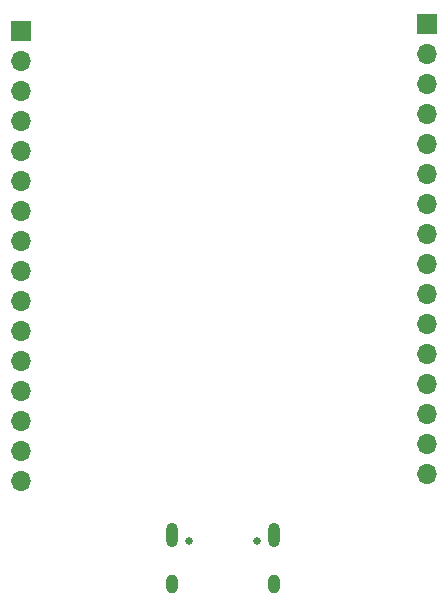
<source format=gbr>
%TF.GenerationSoftware,KiCad,Pcbnew,8.0.1*%
%TF.CreationDate,2024-05-10T21:43:51+08:00*%
%TF.ProjectId,ESP32wroom,45535033-3277-4726-9f6f-6d2e6b696361,rev?*%
%TF.SameCoordinates,Original*%
%TF.FileFunction,Soldermask,Bot*%
%TF.FilePolarity,Negative*%
%FSLAX46Y46*%
G04 Gerber Fmt 4.6, Leading zero omitted, Abs format (unit mm)*
G04 Created by KiCad (PCBNEW 8.0.1) date 2024-05-10 21:43:51*
%MOMM*%
%LPD*%
G01*
G04 APERTURE LIST*
%ADD10R,1.700000X1.700000*%
%ADD11O,1.700000X1.700000*%
%ADD12C,0.650000*%
%ADD13O,1.000000X2.100000*%
%ADD14O,1.000000X1.600000*%
G04 APERTURE END LIST*
D10*
%TO.C,J3*%
X204000000Y-80120000D03*
D11*
X204000000Y-82660000D03*
X204000000Y-85200000D03*
X204000000Y-87740000D03*
X204000000Y-90280000D03*
X204000000Y-92820000D03*
X204000000Y-95360000D03*
X204000000Y-97900000D03*
X204000000Y-100440000D03*
X204000000Y-102980000D03*
X204000000Y-105520000D03*
X204000000Y-108060000D03*
X204000000Y-110600000D03*
X204000000Y-113140000D03*
X204000000Y-115680000D03*
X204000000Y-118220000D03*
%TD*%
D12*
%TO.C,J2*%
X183810000Y-123900000D03*
X189590000Y-123900000D03*
D13*
X182380000Y-123370000D03*
D14*
X182380000Y-127550000D03*
D13*
X191020000Y-123370000D03*
D14*
X191020000Y-127550000D03*
%TD*%
D10*
%TO.C,J1*%
X169600000Y-80700000D03*
D11*
X169600000Y-83240000D03*
X169600000Y-85780000D03*
X169600000Y-88320000D03*
X169600000Y-90860000D03*
X169600000Y-93400000D03*
X169600000Y-95940000D03*
X169600000Y-98480000D03*
X169600000Y-101020000D03*
X169600000Y-103560000D03*
X169600000Y-106100000D03*
X169600000Y-108640000D03*
X169600000Y-111180000D03*
X169600000Y-113720000D03*
X169600000Y-116260000D03*
X169600000Y-118800000D03*
%TD*%
M02*

</source>
